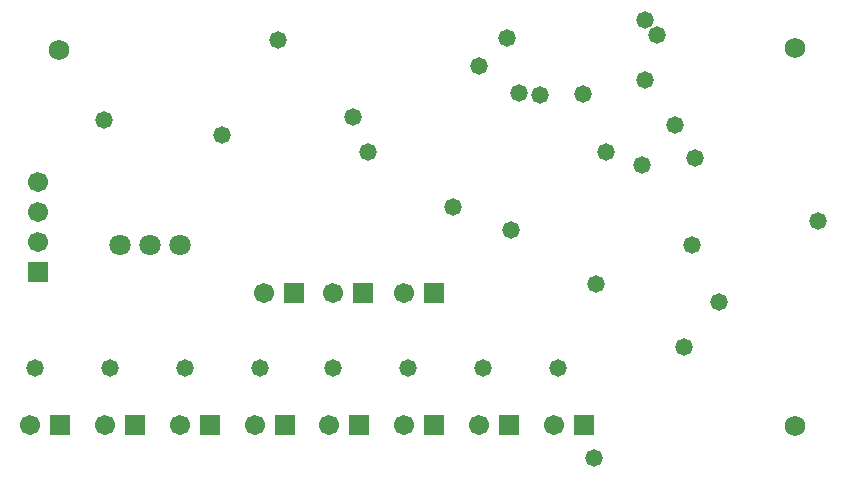
<source format=gbs>
G04 Layer_Color=16711935*
%FSLAX23Y23*%
%MOIN*%
G70*
G01*
G75*
%ADD50C,0.071*%
%ADD51R,0.067X0.067*%
%ADD52C,0.067*%
%ADD53R,0.067X0.067*%
%ADD54C,0.068*%
%ADD55C,0.058*%
D50*
X1585Y1760D02*
D03*
X1485D02*
D03*
X1385D02*
D03*
D51*
X2430Y1600D02*
D03*
X2195D02*
D03*
X1965D02*
D03*
X2930Y1160D02*
D03*
X2680D02*
D03*
X2430D02*
D03*
X2180D02*
D03*
X1935D02*
D03*
X1685D02*
D03*
X1435D02*
D03*
X1185D02*
D03*
D52*
X2330Y1600D02*
D03*
X2095D02*
D03*
X1865D02*
D03*
X1110Y1970D02*
D03*
Y1870D02*
D03*
Y1770D02*
D03*
X2830Y1160D02*
D03*
X2580D02*
D03*
X2330D02*
D03*
X2080D02*
D03*
X1835D02*
D03*
X1585D02*
D03*
X1335D02*
D03*
X1085D02*
D03*
D53*
X1110Y1670D02*
D03*
D54*
X3635Y1155D02*
D03*
Y2415D02*
D03*
X1180Y2410D02*
D03*
D55*
X3300Y2050D02*
D03*
X2095Y1350D02*
D03*
X1350D02*
D03*
X2689Y1811D02*
D03*
X2965Y1050D02*
D03*
X3123Y2027D02*
D03*
X3710Y1840D02*
D03*
X3005Y2070D02*
D03*
X1912Y2442D02*
D03*
X1725Y2125D02*
D03*
X2210Y2070D02*
D03*
X2595Y1350D02*
D03*
X2345D02*
D03*
X1850D02*
D03*
X1600D02*
D03*
X1100D02*
D03*
X2970Y1630D02*
D03*
X3135Y2510D02*
D03*
Y2310D02*
D03*
X2845Y1350D02*
D03*
X3290Y1760D02*
D03*
X3175Y2460D02*
D03*
X3265Y1420D02*
D03*
X3380Y1570D02*
D03*
X2675Y2450D02*
D03*
X3235Y2160D02*
D03*
X2785Y2260D02*
D03*
X1330Y2175D02*
D03*
X2495Y1885D02*
D03*
X2580Y2355D02*
D03*
X2715Y2265D02*
D03*
X2926Y2264D02*
D03*
X2160Y2185D02*
D03*
M02*

</source>
